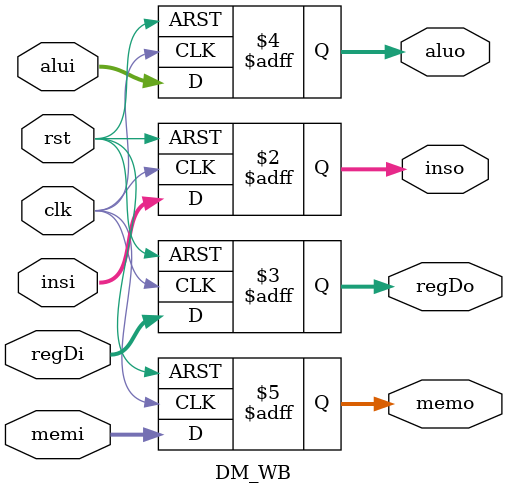
<source format=v>
module MainRegister (
    input we,
    input clk,
    input rst,
    input [1:0] rd1,
    input [1:0] rd2,
    input [1:0] wd,
    input [7:0] din,
    output [7:0] ra,
    output [7:0] rb
);
reg [7:0] regis [0:3]; // Array of 4 registers, each 8 bits 
always @ (negedge clk or posedge rst ) begin
    if (rst) begin
        regis[0] <= 8'h00;
        regis[1] <= 8'h00;
        regis[2] <= 8'h00;
        regis[3] <= 8'h00;
    end 
    else if (we) begin
        regis[wd] <= din;
    end
end
assign ra = regis[rd1];
assign rb = regis[rd2];
endmodule


//  LR register for CALL and RETURN
module LR (
    input [7:0] in,
    input we,
    input rst,
    output reg[7:0] out
);

always @(posedge we or posedge rst ) begin
    if (rst) begin
        out <= 8'h00;
    end
    else if (we) begin
        out <= in;
        $display("LR instruction in :%b", in);
    end
end
endmodule

// ---------------------------------IF/ID------------------------------------------
module IF_ID (
    input [15:0] insi,
    input clk,
    input rst,
    input bubble_en,
    output reg [15:0] inso
);
always @(posedge clk or posedge rst) begin
    if (rst) begin
        inso <= 16'h0; // reset value
    end
    else if (bubble_en)begin
        inso <= 16'h0; // insert bubble
        $display("Bubble insert between %b and %b", insi, inso);
    end
    else begin
        inso <= insi;  // regular
    end
end
endmodule


// ---------------------------------ID/EXE-----------------------------------------
module ID_EXE (
    input [15:0] insi,//original instruction
    input [15:0] regDi,
    input clk, 
    input rst,
    // output when negedge comes
    output reg [15:0] inso,  
    output reg [15:0] regDo
);

always @(posedge clk or posedge rst) begin
    if (rst) begin
        inso <= 16'h0;
        regDo <= 16'h0;
    end
    else begin
        inso <= insi;
        regDo <= regDi;
    end
end
endmodule

// ---------------------------------EXE/DM-----------------------------------------
module EXE_DM (
    input [15:0] insi,//original instruction
    input [15:0] regDi,
    input [7:0] alui,
    input clk, // write enable bite
    input rst,
    // output when negedge comes
    output reg [15:0] inso,  
    output reg [15:0] regDo,
    output reg [7:0] aluo
);
always @(posedge clk or posedge rst) begin
    if (rst) begin
        inso <= 16'h0;
        regDo <= 16'h0;
        aluo <= 8'h0;
    end 
    else begin
        inso <= insi;
        regDo <= regDi;
        aluo <= alui;
    end
end
endmodule


// ----------------------------------DM/WB-----------------------------------------
module DM_WB (
    input [15:0] insi,//original instruction
    input [15:0] regDi,
    input [7:0] alui,
    input [7:0] memi,
    input clk, // write enable bite
    input rst,
    output reg [15:0] inso,//original instruction
    output reg [15:0] regDo,
    output reg [7:0] aluo,
    output reg [7:0] memo
);
always @(posedge clk or posedge rst) begin
    if (rst) begin
        inso <= 16'h0;
        regDo <= 16'h0;
        aluo <= 8'h0;
        memo <= 8'h0;
    end
    else begin
        inso <= insi;
        regDo <= regDi;
        aluo <= alui;
        memo <= memi;
    end
end
endmodule
</source>
